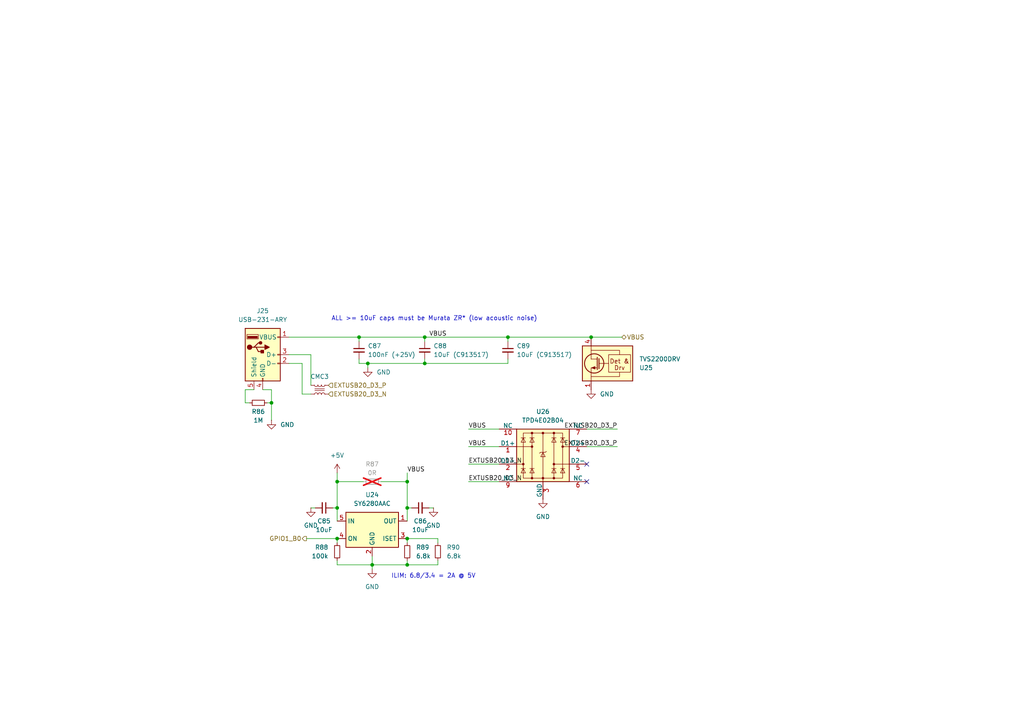
<source format=kicad_sch>
(kicad_sch (version 20241004) (generator "eeschema") (generator_version "8.99")
  (paper "A4")
  (title_block (title "anyon e") (date "2024-09-15") (rev "V0.3") (company "Byran Huang") (comment 4 "Proof of concept board for feature verification"))
  (lib_symbols
    (symbol "Connector:USB_A" (pin_names (offset 1.016))
      (property "Reference" "J" (at -5.08 11.43 0))
      (property "Value" "USB_A" (at -5.08 8.89 0))
      (symbol "USB_A_0_1"
        (rectangle (start -5.08 -7.62) (end 5.08 7.62) (stroke (width 0.254)) (fill (type background)))
        (circle (center -3.81 2.159) (radius 0.635) (stroke (width 0.254)) (fill (type outline)))
        (polyline (pts (xy -3.175 2.159) (xy -2.54 2.159) (xy -1.27 3.429) (xy -0.635 3.429)) (stroke (width 0.254)))
        (polyline (pts (xy -2.54 2.159) (xy -1.905 2.159) (xy -1.27 0.889) (xy 0 0.889)) (stroke (width 0.254)))
        (rectangle (start -1.524 4.826) (end -4.318 5.334) (fill (type outline)))
        (rectangle (start -1.27 4.572) (end -4.572 5.842))
        (circle (center -0.635 3.429) (radius 0.381) (stroke (width 0.254)) (fill (type outline)))
        (rectangle (start -0.127 -7.62) (end 0.127 -6.858))
        (rectangle (start 0.254 1.27) (end -0.508 0.508) (stroke (width 0.254)) (fill (type outline)))
        (polyline (pts (xy 0.635 2.794) (xy 0.635 1.524) (xy 1.905 2.159) (xy 0.635 2.794)) (stroke (width 0.254)) (fill (type outline)))
        (rectangle (start 5.08 4.953) (end 4.318 5.207))
        (rectangle (start 5.08 -0.127) (end 4.318 0.127))
        (rectangle (start 5.08 -2.667) (end 4.318 -2.413))
      )
      (symbol "USB_A_1_1"
        (polyline (pts (xy -1.905 2.159) (xy 0.635 2.159)) (stroke (width 0.254)))
        (pin passive line (at -2.54 -10.16 90) (length 2.54) (name "Shield") (number "5"))
        (pin power_in line (at 0 -10.16 90) (length 2.54) (name "GND") (number "4"))
        (pin power_in line (at 7.62 5.08 180) (length 2.54) (name "VBUS") (number "1"))
        (pin bidirectional line (at 7.62 0 180) (length 2.54) (name "D+") (number "3"))
        (pin bidirectional line (at 7.62 -2.54 180) (length 2.54) (name "D-") (number "2"))
      )
    )
    (symbol "Device:C_Small" (pin_numbers (hide yes)) (pin_names (offset 0.254) (hide yes))
      (property "Reference" "C" (at 0.254 1.778 0))
      (property "Value" "C_Small" (at 0.254 -2.032 0))
      (symbol "C_Small_0_1"
        (polyline (pts (xy -1.524 0.508) (xy 1.524 0.508)) (stroke (width 0.3048)))
        (polyline (pts (xy -1.524 -0.508) (xy 1.524 -0.508)) (stroke (width 0.3302)))
      )
      (symbol "C_Small_1_1"
        (pin passive line (at 0 2.54 270) (length 2.032) (name "~") (number "1"))
        (pin passive line (at 0 -2.54 90) (length 2.032) (name "~") (number "2"))
      )
    )
    (symbol "Device:R_Small" (pin_numbers (hide yes)) (pin_names (offset 0.254) (hide yes))
      (property "Reference" "R" (at 0.762 0.508 0))
      (property "Value" "R_Small" (at 0.762 -1.016 0))
      (symbol "R_Small_0_1"
        (rectangle (start -0.762 1.778) (end 0.762 -1.778) (stroke (width 0.2032)))
      )
      (symbol "R_Small_1_1"
        (pin passive line (at 0 2.54 270) (length 0.762) (name "~") (number "1"))
        (pin passive line (at 0 -2.54 90) (length 0.762) (name "~") (number "2"))
      )
    )
    (symbol "Power_Protection:TPD4EUSB30" (pin_names (offset 0))
      (property "Reference" "U" (at -0.635 8.89 0))
      (property "Value" "TPD4EUSB30" (at 8.89 -10.16 0))
      (symbol "TPD4EUSB30_0_0"
        (rectangle (start -5.715 6.477) (end 5.715 -6.604))
        (polyline (pts (xy -3.175 -6.604) (xy -3.175 6.477)))
        (polyline (pts (xy 0 6.477) (xy 0 -6.604)))
        (polyline (pts (xy 3.175 6.477) (xy 3.175 -6.604)))
      )
      (symbol "TPD4EUSB30_0_1"
        (polyline (pts (xy -7.747 2.54) (xy -3.175 2.54)))
        (rectangle (start -7.62 7.62) (end 7.62 -7.62) (stroke (width 0.254)) (fill (type background)))
        (polyline (pts (xy -7.62 -2.54) (xy -5.715 -2.54)))
        (circle (center -5.715 -2.54) (radius 0.2794) (fill (type outline)))
        (polyline (pts (xy -5.08 5.08) (xy -6.35 5.08)))
        (polyline (pts (xy -5.08 3.81) (xy -6.35 3.81) (xy -5.715 5.08) (xy -5.08 3.81)))
        (polyline (pts (xy -5.08 -3.81) (xy -6.35 -3.81)))
        (polyline (pts (xy -5.08 -5.08) (xy -6.35 -5.08) (xy -5.715 -3.81) (xy -5.08 -5.08)))
        (circle (center -3.175 6.477) (radius 0.2794) (fill (type outline)))
        (circle (center -3.175 2.54) (radius 0.2794) (fill (type outline)))
        (circle (center -3.175 -6.604) (radius 0.2794) (fill (type outline)))
        (polyline (pts (xy -2.54 5.08) (xy -3.81 5.08)))
        (polyline (pts (xy -2.54 3.81) (xy -3.81 3.81) (xy -3.175 5.08) (xy -2.54 3.81)))
        (polyline (pts (xy -2.54 -3.81) (xy -3.81 -3.81)))
        (polyline (pts (xy -2.54 -5.08) (xy -3.81 -5.08) (xy -3.175 -3.81) (xy -2.54 -5.08)))
        (polyline (pts (xy -0.635 0.889) (xy -1.016 0.635)))
        (circle (center 0 6.477) (radius 0.2794) (fill (type outline)))
        (circle (center 0 -6.604) (radius 0.2794) (fill (type outline)))
        (polyline (pts (xy 0 -6.604) (xy 0 -7.62)))
        (polyline (pts (xy 0.635 0.889) (xy 1.016 1.143)))
        (polyline (pts (xy 0.635 0.889) (xy -0.635 0.889)))
        (polyline (pts (xy 0.635 -0.381) (xy -0.635 -0.381) (xy 0 0.889) (xy 0.635 -0.381)))
        (circle (center 3.175 6.477) (radius 0.2794) (fill (type outline)))
        (circle (center 3.175 -2.54) (radius 0.2794) (fill (type outline)))
        (circle (center 3.175 -6.604) (radius 0.2794) (fill (type outline)))
        (polyline (pts (xy 3.81 5.08) (xy 2.54 5.08)))
        (polyline (pts (xy 3.81 3.81) (xy 2.54 3.81) (xy 3.175 5.08) (xy 3.81 3.81)))
        (polyline (pts (xy 3.81 -3.81) (xy 2.54 -3.81)))
        (polyline (pts (xy 3.81 -5.08) (xy 2.54 -5.08) (xy 3.175 -3.81) (xy 3.81 -5.08)))
        (circle (center 5.715 2.54) (radius 0.2794) (fill (type outline)))
        (polyline (pts (xy 6.35 5.08) (xy 5.08 5.08)))
        (polyline (pts (xy 6.35 3.81) (xy 5.08 3.81) (xy 5.715 5.08) (xy 6.35 3.81)))
        (polyline (pts (xy 6.35 -3.81) (xy 5.08 -3.81)))
        (polyline (pts (xy 6.35 -5.08) (xy 5.08 -5.08) (xy 5.715 -3.81) (xy 6.35 -5.08)))
        (polyline (pts (xy 7.62 2.54) (xy 5.715 2.54)))
        (polyline (pts (xy 7.62 -2.54) (xy 3.175 -2.54)))
      )
      (symbol "TPD4EUSB30_1_1"
        (pin free line (at -12.7 7.62 0) (length 5.08) (name "NC") (number "10"))
        (pin passive line (at -12.7 2.54 0) (length 5.08) (name "D1+") (number "1"))
        (pin passive line (at -12.7 -2.54 0) (length 5.08) (name "D1-") (number "2"))
        (pin free line (at -12.7 -7.62 0) (length 5.08) (name "NC") (number "9"))
        (pin power_in line (at 0 -12.7 90) (length 5.08) (name "GND") (number "3"))
        (pin passive line (at 0 -12.7 90) (length 5.08) (hide yes) (name "GND") (number "8"))
        (pin free line (at 12.7 7.62 180) (length 5.08) (name "NC") (number "7"))
        (pin passive line (at 12.7 2.54 180) (length 5.08) (name "D2+") (number "4"))
        (pin passive line (at 12.7 -2.54 180) (length 5.08) (name "D2-") (number "5"))
        (pin free line (at 12.7 -7.62 180) (length 5.08) (name "NC") (number "6"))
      )
    )
    (symbol "Power_Protection:TVS2200DRV" (pin_names (offset 0) (hide yes))
      (property "Reference" "U" (at 2.54 1.27 0))
      (property "Value" "TVS2200DRV" (at 2.54 -1.27 0))
      (symbol "TVS2200DRV_0_0"
        (rectangle (start -11.43 2.54) (end -5.08 -2.54))
        (polyline (pts (xy -8.255 2.54) (xy -8.255 3.81) (xy 0 3.81)))
        (polyline (pts (xy -8.255 -2.54) (xy -8.255 -3.81) (xy 0 -3.81)))
        (polyline (pts (xy 0 1.27) (xy -1.778 1.27)))
        (text "Det &" (at -8.255 0.635 0) (effects (font (size 1.27 1.27))))
        (text "Drv" (at -8.255 -1.27 0) (effects (font (size 1.27 1.27))))
      )
      (symbol "TVS2200DRV_0_1"
        (rectangle (start -12.065 5.08) (end 2.54 -5.08) (stroke (width 0.254)) (fill (type background)))
        (polyline (pts (xy -2.286 1.397) (xy -2.286 -1.524)) (stroke (width 0.254)))
        (polyline (pts (xy -2.286 0) (xy -5.08 0)))
        (polyline (pts (xy -1.778 1.778) (xy -1.778 -1.778)) (stroke (width 0.254)))
        (circle (center -0.889 0) (radius 2.794) (stroke (width 0.254)))
        (polyline (pts (xy -0.127 -1.27) (xy -1.143 -1.651) (xy -1.143 -0.889) (xy -0.127 -1.27)) (fill (type outline)))
        (polyline (pts (xy 0 5.08) (xy 0 2.54)))
        (polyline (pts (xy 0 2.54) (xy 0 1.27)))
        (polyline (pts (xy 0 -2.54) (xy 0 -5.08)))
        (polyline (pts (xy 0 -2.54) (xy 0 -1.27) (xy -1.778 -1.27)))
      )
      (symbol "TVS2200DRV_1_1"
        (pin passive line (at 0 7.62 270) (length 2.54) (name "IN") (number "4"))
        (pin passive line (at 0 7.62 270) (length 2.54) (hide yes) (name "IN") (number "5"))
        (pin passive line (at 0 7.62 270) (length 2.54) (hide yes) (name "IN") (number "6"))
        (pin power_in line (at 0 -7.62 90) (length 2.54) (name "GND") (number "1"))
        (pin passive line (at 0 -7.62 90) (length 2.54) (hide yes) (name "GND") (number "2"))
        (pin passive line (at 0 -7.62 90) (length 2.54) (hide yes) (name "GND") (number "3"))
        (pin passive line (at 0 -7.62 90) (length 2.54) (hide yes) (name "GND") (number "7"))
      )
    )
    (symbol "library:ACM2012_Common_Mode_Choke"
      (property "Reference" "CMC" (at -1.524 4.064 0))
      (symbol "ACM2012_Common_Mode_Choke_0_1"
        (polyline (pts (xy -1.397 0.254) (xy 1.397 0.254)))
        (arc (start -0.508 1.3948) (mid -1.016 0.889) (end -1.524 1.3948))
        (arc (start -1.524 -1.397) (mid -1.016 -0.8912) (end -0.508 -1.397))
        (arc (start 0.508 1.3948) (mid 0 0.889) (end -0.508 1.3948))
        (arc (start -0.508 -1.397) (mid 0 -0.8912) (end 0.508 -1.397))
        (arc (start 1.524 1.3948) (mid 1.016 0.889) (end 0.508 1.3948))
        (arc (start 0.508 -1.397) (mid 1.016 -0.8912) (end 1.524 -1.397))
        (polyline (pts (xy 1.397 -0.254) (xy -1.397 -0.254)))
      )
      (symbol "ACM2012_Common_Mode_Choke_1_1"
        (pin passive line (at -2.54 1.27 0) (length 0.9525) (name "") (number "2"))
        (pin passive line (at -2.54 -1.27 0) (length 0.9525) (name "") (number "1"))
        (pin passive line (at 2.54 1.27 180) (length 0.9525) (name "") (number "3"))
        (pin passive line (at 2.54 -1.27 180) (length 0.9525) (name "") (number "4"))
      )
    )
    (symbol "library:SY6280AAC"
      (property "Reference" "U" (at 0 0 0))
      (property "Value" "SY6280AAC" (at 0 0 0))
      (symbol "SY6280AAC_0_1"
        (rectangle (start -7.62 5.08) (end 7.62 -5.08) (stroke (width 0.254)) (fill (type background)))
      )
      (symbol "SY6280AAC_1_1"
        (pin power_in line (at -10.16 2.54 0) (length 2.54) (name "IN") (number "5"))
        (pin input line (at -10.16 -2.54 0) (length 2.54) (name "ON") (number "4"))
        (pin power_in line (at 0 -7.62 90) (length 2.54) (name "GND") (number "2"))
        (pin power_out line (at 10.16 2.54 180) (length 2.54) (name "OUT") (number "1"))
        (pin passive line (at 10.16 -2.54 180) (length 2.54) (name "ISET") (number "3"))
      )
    )
    (symbol "power:+5V" (power) (pin_numbers (hide yes)) (pin_names (offset 0) (hide yes))
      (property "Value" "+5V" (at 0 3.556 0))
      (symbol "+5V_0_1"
        (polyline (pts (xy -0.762 1.27) (xy 0 2.54)))
        (polyline (pts (xy 0 2.54) (xy 0.762 1.27)))
        (polyline (pts (xy 0 0) (xy 0 2.54)))
      )
      (symbol "+5V_1_1"
        (pin power_in line (at 0 0 90) (length 0) (name "~") (number "1"))
      )
    )
    (symbol "power:GND" (power) (pin_numbers (hide yes)) (pin_names (offset 0) (hide yes))
      (property "Value" "GND" (at 0 -3.81 0))
      (symbol "GND_0_1"
        (polyline (pts (xy 0 0) (xy 0 -1.27) (xy 1.27 -1.27) (xy 0 -2.54) (xy -1.27 -1.27) (xy 0 -1.27)))
      )
      (symbol "GND_1_1"
        (pin power_in line (at 0 0 270) (length 0) (name "~") (number "1"))
      )
    )
  )
  (text "ALL >= 10uF caps must be Murata ZR* (low acoustic noise)" (at 125.984 92.456 0) (effects (font (size 1.27 1.27))))
  (text "ILIM: 6.8/3.4 = 2A @ 5V" (at 125.73 167.132 0) (effects (font (size 1.27 1.27))))
  (junction (at 97.79 147.32))
  (junction (at 118.11 163.83))
  (junction (at 171.45 97.79))
  (junction (at 107.95 163.83))
  (junction (at 106.68 105.41))
  (junction (at 97.79 139.7))
  (junction (at 104.14 97.79))
  (junction (at 123.19 97.79))
  (junction (at 118.11 139.7))
  (junction (at 78.74 116.84))
  (junction (at 118.11 147.32))
  (junction (at 118.11 156.21))
  (junction (at 147.32 97.79))
  (junction (at 123.19 105.41))
  (junction (at 97.79 156.21))
  (no_connect (at 170.18 139.7))
  (no_connect (at 170.18 134.62))
  (wire (pts (xy 107.95 161.29) (xy 107.95 163.83)))
  (wire (pts (xy 123.19 105.41) (xy 147.32 105.41)))
  (wire (pts (xy 97.79 139.7) (xy 97.79 147.32)))
  (wire (pts (xy 170.18 129.54) (xy 179.07 129.54)))
  (wire (pts (xy 90.17 147.32) (xy 91.44 147.32)))
  (wire (pts (xy 118.11 163.83) (xy 118.11 162.56)))
  (wire (pts (xy 90.17 102.87) (xy 90.17 111.76)))
  (wire (pts (xy 104.14 97.79) (xy 123.19 97.79)))
  (wire (pts (xy 83.82 105.41) (xy 87.63 105.41)))
  (wire (pts (xy 97.79 162.56) (xy 97.79 163.83)))
  (wire (pts (xy 78.74 113.03) (xy 78.74 116.84)))
  (wire (pts (xy 118.11 156.21) (xy 118.11 157.48)))
  (wire (pts (xy 127 162.56) (xy 127 163.83)))
  (wire (pts (xy 104.14 104.14) (xy 104.14 105.41)))
  (wire (pts (xy 147.32 99.06) (xy 147.32 97.79)))
  (wire (pts (xy 96.52 147.32) (xy 97.79 147.32)))
  (wire (pts (xy 123.19 99.06) (xy 123.19 97.79)))
  (wire (pts (xy 77.47 116.84) (xy 78.74 116.84)))
  (wire (pts (xy 110.49 139.7) (xy 118.11 139.7)))
  (wire (pts (xy 119.38 147.32) (xy 118.11 147.32)))
  (wire (pts (xy 144.78 139.7) (xy 135.89 139.7)))
  (wire (pts (xy 170.18 124.46) (xy 179.07 124.46)))
  (wire (pts (xy 118.11 139.7) (xy 118.11 147.32)))
  (wire (pts (xy 76.2 113.03) (xy 78.74 113.03)))
  (wire (pts (xy 97.79 156.21) (xy 97.79 157.48)))
  (wire (pts (xy 123.19 97.79) (xy 147.32 97.79)))
  (wire (pts (xy 144.78 124.46) (xy 135.89 124.46)))
  (wire (pts (xy 127 156.21) (xy 127 157.48)))
  (wire (pts (xy 78.74 116.84) (xy 78.74 121.92)))
  (wire (pts (xy 97.79 163.83) (xy 107.95 163.83)))
  (wire (pts (xy 144.78 129.54) (xy 135.89 129.54)))
  (wire (pts (xy 83.82 97.79) (xy 104.14 97.79)))
  (wire (pts (xy 97.79 147.32) (xy 97.79 151.13)))
  (wire (pts (xy 125.73 147.32) (xy 124.46 147.32)))
  (wire (pts (xy 147.32 97.79) (xy 171.45 97.79)))
  (wire (pts (xy 106.68 105.41) (xy 106.68 106.68)))
  (wire (pts (xy 118.11 163.83) (xy 127 163.83)))
  (wire (pts (xy 107.95 163.83) (xy 107.95 165.1)))
  (wire (pts (xy 97.79 137.16) (xy 97.79 139.7)))
  (wire (pts (xy 107.95 163.83) (xy 118.11 163.83)))
  (wire (pts (xy 87.63 105.41) (xy 87.63 114.3)))
  (wire (pts (xy 71.12 113.03) (xy 71.12 116.84)))
  (wire (pts (xy 118.11 137.16) (xy 118.11 139.7)))
  (wire (pts (xy 171.45 97.79) (xy 180.34 97.79)))
  (wire (pts (xy 123.19 105.41) (xy 123.19 104.14)))
  (wire (pts (xy 104.14 105.41) (xy 106.68 105.41)))
  (wire (pts (xy 147.32 105.41) (xy 147.32 104.14)))
  (wire (pts (xy 104.14 97.79) (xy 104.14 99.06)))
  (wire (pts (xy 87.63 114.3) (xy 90.17 114.3)))
  (wire (pts (xy 88.9 156.21) (xy 97.79 156.21)))
  (wire (pts (xy 71.12 116.84) (xy 72.39 116.84)))
  (wire (pts (xy 71.12 113.03) (xy 73.66 113.03)))
  (wire (pts (xy 118.11 147.32) (xy 118.11 151.13)))
  (wire (pts (xy 118.11 156.21) (xy 127 156.21)))
  (wire (pts (xy 106.68 105.41) (xy 123.19 105.41)))
  (wire (pts (xy 97.79 139.7) (xy 105.41 139.7)))
  (wire (pts (xy 144.78 134.62) (xy 135.89 134.62)))
  (wire (pts (xy 83.82 102.87) (xy 90.17 102.87)))
  (label "VBUS" (at 124.46 97.79 0))
  (label "EXTUSB20_D3_P" (at 179.07 124.46 180))
  (label "EXTUSB20_D3_N" (at 135.89 134.62 0))
  (label "VBUS" (at 135.89 124.46 0))
  (label "EXTUSB20_D3_P" (at 179.07 129.54 180))
  (label "VBUS" (at 118.11 137.16 0))
  (label "VBUS" (at 135.89 129.54 0))
  (label "EXTUSB20_D3_N" (at 135.89 139.7 0))
  (hierarchical_label "GPIO1_B0" (shape output) (at 88.9 156.21 180))
  (hierarchical_label "EXTUSB20_D3_N" (shape input) (at 95.25 114.3 0))
  (hierarchical_label "VBUS" (shape bidirectional) (at 180.34 97.79 0))
  (hierarchical_label "EXTUSB20_D3_P" (shape input) (at 95.25 111.76 0))
  (symbol (lib_id "Power_Protection:TVS2200DRV") (at 171.45 105.41 0) (mirror y) (unit 1)
    (property "Reference" "U25" (at 185.42 106.6801 0) (effects (justify right)))
    (property "Value" "TVS2200DRV" (at 185.42 104.1401 0) (effects (justify right)))
    (property "Footprint" "Package_SON:WSON-6-1EP_2x2mm_P0.65mm_EP1x1.6mm" (effects (hide yes)))
    (property "Datasheet" "http://www.ti.com/lit/ds/symlink/tvs2200.pdf" (effects (hide yes)))
    (property "Description" "Flat-Clamp Surge Protection Device. 22Vrwm, WSON-6" (effects (hide yes)))
  )
  (symbol (lib_id "Device:R_Small") (at 127 160.02 0) (unit 1)
    (property "Reference" "R90" (at 129.54 158.7499 0) (effects (justify left)))
    (property "Value" "6.8k" (at 129.54 161.2899 0) (effects (justify left)))
    (property "Footprint" "Resistor_SMD:R_0402_1005Metric" (effects (hide yes)))
    (property "Description" "Resistor, small symbol" (effects (hide yes)))
  )
  (symbol (lib_id "power:GND") (at 90.17 147.32 0) (unit 1)
    (property "Reference" "#PWR0160" (effects (hide yes)))
    (property "Value" "GND" (at 90.17 152.4 0))
    (property "Description" "Power symbol creates a global label with name \"GND\" , ground" (effects (hide yes)))
  )
  (symbol (lib_id "Device:R_Small") (at 107.95 139.7 90) (unit 1) (dnp yes)
    (property "Reference" "R87" (at 107.95 134.62 90))
    (property "Value" "0R" (at 107.95 137.16 90))
    (property "Footprint" "Resistor_SMD:R_0402_1005Metric" (effects (hide yes)))
    (property "Description" "Resistor, small symbol" (effects (hide yes)))
  )
  (symbol (lib_id "Device:C_Small") (at 121.92 147.32 90) (unit 1)
    (property "Reference" "C86" (at 121.9264 151.13 90))
    (property "Value" "10uF" (at 121.9264 153.67 90))
    (property "Footprint" "Capacitor_SMD:C_0603_1608Metric" (effects (hide yes)))
    (property "Description" "Unpolarized capacitor, small symbol" (effects (hide yes)))
  )
  (symbol (lib_id "Device:R_Small") (at 97.79 160.02 0) (unit 1)
    (property "Reference" "R88" (at 95.25 158.7499 0) (effects (justify right)))
    (property "Value" "100k" (at 95.25 161.2899 0) (effects (justify right)))
    (property "Footprint" "Resistor_SMD:R_0402_1005Metric" (effects (hide yes)))
    (property "Description" "Resistor, small symbol" (effects (hide yes)))
  )
  (symbol (lib_id "Power_Protection:TPD4EUSB30") (at 157.48 132.08 0) (unit 1)
    (property "Reference" "U26" (at 157.48 119.38 0))
    (property "Value" "TPD4E02B04" (at 157.48 121.92 0))
    (property "Footprint" "Package_SON:USON-10_2.5x1.0mm_P0.5mm" (effects (hide yes)))
    (property "Datasheet" "http://www.ti.com/lit/ds/symlink/tpd2eusb30a.pdf" (effects (hide yes)))
    (property "Description" "4-Channel ESD Protection for Super-Speed USB 3.0 Interface, USON-10" (effects (hide yes)))
  )
  (symbol (lib_id "power:GND") (at 171.45 113.03 0) (unit 1)
    (property "Reference" "#PWR0164" (effects (hide yes)))
    (property "Value" "GND" (at 173.99 114.2999 0) (effects (justify left)))
    (property "Description" "Power symbol creates a global label with name \"GND\" , ground" (effects (hide yes)))
  )
  (symbol (lib_id "library:SY6280AAC") (at 107.95 153.67 0) (unit 1)
    (property "Reference" "U24" (at 107.95 143.51 0))
    (property "Value" "SY6280AAC" (at 107.95 146.05 0))
    (property "Footprint" "Package_TO_SOT_SMD:SOT-23-5" (effects (hide yes)))
    (property "Datasheet" "https://wmsc.lcsc.com/wmsc/upload/file/pdf/v2/lcsc/1810121532_Silergy-Corp-SY6280AAC_C55136.pdf" (effects (hide yes)))
    (property "Description" "Low Loss Power Distribution Switch" (effects (hide yes)))
  )
  (symbol (lib_id "power:GND") (at 106.68 106.68 0) (unit 1)
    (property "Reference" "#PWR0163" (effects (hide yes)))
    (property "Value" "GND" (at 109.22 107.9499 0) (effects (justify left)))
    (property "Description" "Power symbol creates a global label with name \"GND\" , ground" (effects (hide yes)))
  )
  (symbol (lib_id "power:GND") (at 78.74 121.92 0) (unit 1)
    (property "Reference" "#PWR0158" (effects (hide yes)))
    (property "Value" "GND" (at 81.28 123.1899 0) (effects (justify left)))
    (property "Description" "Power symbol creates a global label with name \"GND\" , ground" (effects (hide yes)))
  )
  (symbol (lib_id "Device:R_Small") (at 118.11 160.02 0) (unit 1)
    (property "Reference" "R89" (at 120.65 158.7499 0) (effects (justify left)))
    (property "Value" "6.8k" (at 120.65 161.2899 0) (effects (justify left)))
    (property "Footprint" "Resistor_SMD:R_0402_1005Metric" (effects (hide yes)))
    (property "Description" "Resistor, small symbol" (effects (hide yes)))
  )
  (symbol (lib_id "library:ACM2012_Common_Mode_Choke") (at 92.71 113.03 0) (unit 1)
    (property "Reference" "CMC3" (at 92.71 109.22 0))
    (property "Value" "ACM2012" (effects (hide yes)))
    (property "Footprint" "ACM2012:FIL_ACM2012-900-2P-T001" (effects (hide yes)))
    (property "Datasheet" "https://product.tdk.com/en/system/files?file=dam/doc/product/emc/emc/cmf_cmc/catalog/cmf_commercial_signal_acm2012_en.pdf" (effects (hide yes)))
    (property "Description" "2 Line Common Mode Choke Surface Mount 90 Ohms @ 100 MHz 400mA DCR 190mOhm" (effects (hide yes)))
  )
  (symbol (lib_id "Device:R_Small") (at 74.93 116.84 90) (unit 1)
    (property "Reference" "R86" (at 74.93 119.38 90))
    (property "Value" "1M" (at 74.93 121.92 90))
    (property "Footprint" "Resistor_SMD:R_0402_1005Metric" (effects (hide yes)))
    (property "Description" "Resistor, small symbol" (effects (hide yes)))
  )
  (symbol (lib_id "Device:C_Small") (at 93.98 147.32 270) (mirror x) (unit 1)
    (property "Reference" "C85" (at 93.9736 151.13 90))
    (property "Value" "10uF" (at 93.9736 153.67 90))
    (property "Footprint" "Capacitor_SMD:C_0603_1608Metric" (effects (hide yes)))
    (property "Description" "Unpolarized capacitor, small symbol" (effects (hide yes)))
  )
  (symbol (lib_id "power:GND") (at 125.73 147.32 0) (mirror y) (unit 1)
    (property "Reference" "#PWR0161" (effects (hide yes)))
    (property "Value" "GND" (at 125.73 152.4 0))
    (property "Description" "Power symbol creates a global label with name \"GND\" , ground" (effects (hide yes)))
  )
  (symbol (lib_id "power:GND") (at 157.48 144.78 0) (unit 1)
    (property "Reference" "#PWR0165" (effects (hide yes)))
    (property "Value" "GND" (at 157.48 149.86 0))
    (property "Description" "Power symbol creates a global label with name \"GND\" , ground" (effects (hide yes)))
  )
  (symbol (lib_id "power:GND") (at 107.95 165.1 0) (unit 1)
    (property "Reference" "#PWR0162" (effects (hide yes)))
    (property "Value" "GND" (at 107.95 170.18 0))
    (property "Description" "Power symbol creates a global label with name \"GND\" , ground" (effects (hide yes)))
  )
  (symbol (lib_id "Device:C_Small") (at 104.14 101.6 0) (unit 1)
    (property "Reference" "C87" (at 106.68 100.3362 0) (effects (justify left)))
    (property "Value" "100nF (+25V)" (at 106.68 102.8762 0) (effects (justify left)))
    (property "Footprint" "Capacitor_SMD:C_0402_1005Metric" (effects (hide yes)))
    (property "Description" "Unpolarized capacitor, small symbol" (effects (hide yes)))
  )
  (symbol (lib_id "Connector:USB_A") (at 76.2 102.87 0) (unit 1)
    (property "Reference" "J25" (at 76.2 90.17 0))
    (property "Value" "USB-231-ARY" (at 76.2 92.71 0))
    (property "Footprint" "USB_A:USB-A-TH_USB-231-ARY" (effects (hide yes)))
    (property "Description" "USB Type A connector" (effects (hide yes)))
  )
  (symbol (lib_id "Device:C_Small") (at 147.32 101.6 0) (unit 1)
    (property "Reference" "C89" (at 149.86 100.3362 0) (effects (justify left)))
    (property "Value" "10uF (C913517)" (at 149.86 102.8762 0) (effects (justify left)))
    (property "Footprint" "Capacitor_SMD:C_0603_1608Metric" (effects (hide yes)))
    (property "Description" "Unpolarized capacitor, small symbol" (effects (hide yes)))
  )
  (symbol (lib_id "Device:C_Small") (at 123.19 101.6 0) (unit 1)
    (property "Reference" "C88" (at 125.73 100.3362 0) (effects (justify left)))
    (property "Value" "10uF (C913517)" (at 125.73 102.8762 0) (effects (justify left)))
    (property "Footprint" "Capacitor_SMD:C_0603_1608Metric" (effects (hide yes)))
    (property "Description" "Unpolarized capacitor, small symbol" (effects (hide yes)))
  )
  (symbol (lib_id "power:+5V") (at 97.79 137.16 0) (unit 1)
    (property "Reference" "#PWR0159" (effects (hide yes)))
    (property "Value" "+5V" (at 97.79 132.08 0))
    (property "Description" "Power symbol creates a global label with name \"+5V\"" (effects (hide yes)))
  )
)
</source>
